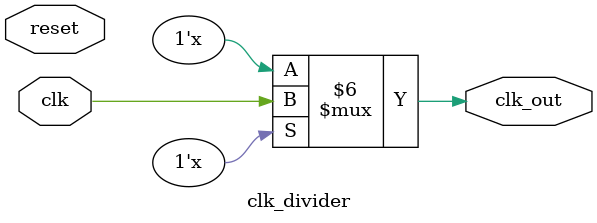
<source format=v>
`timescale 1ns / 1ps

module clk_divider(
	input reset,
   input wire clk,
	output reg clk_out
	);
	
localparam DELAY = 2;

reg [15:0] count = DELAY;
	
always@(clk) begin
	if (count == DELAY) begin
		count <= 0;
		clk_out <= clk;
	end
	else begin
		count <= count + 1;
	end
end

endmodule

</source>
